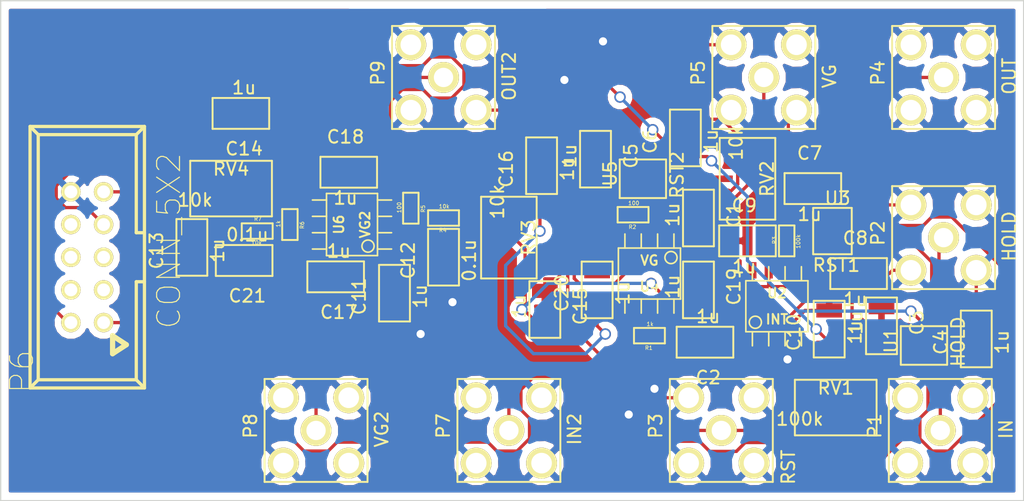
<source format=kicad_pcb>
(kicad_pcb (version 3) (host pcbnew "(2013-may-18)-stable")
  (layers (15 F.Cu signal) (0 B.Cu signal) (18 B.Paste user) (19 F.Paste user) (20 B.SilkS user) (21 F.SilkS user) (22 B.Mask user) (23 F.Mask user) (28 Edge.Cuts user))
  (net 0 "")
  (net 1 +15V)
  (net 2 +6V)
  (net 3 -15V)
  (net 4 -6V)
  (net 5 GND)
  (net 6 HOLD)
  (net 7 IN2)
  (net 8 In)
  (net 9 N-0000015)
  (net 10 N-0000016)
  (net 11 N-0000017)
  (net 12 N-0000018)
  (net 13 N-0000021)
  (net 14 N-0000022)
  (net 15 N-0000024)
  (net 16 N-000006)
  (net 17 N-000007)
  (net 18 N-000008)
  (net 19 N-000009)
  (net 20 OUT)
  (net 21 OUT2)
  (net 22 RST)
  (net 23 VG)
  (net 24 VG2)
  (module VASCH5x2 (layer F.Cu) (at 113.919 104.775 90)
    (fp_text reference P6 (at -8.89 -5.08 90) (layer F.SilkS) (effects (font (size 1.778 1.778) (thickness 0.0889))))
    (fp_text value CONN_5X2 (at 1.27 6.35 90) (layer F.SilkS) (effects (font (size 1.778 1.778) (thickness 0.0889))))
    (pad 1 thru_hole circle (at -5.08 1.27 90) (size 1.50622 1.50622) (drill 0.99822) (layers *.Cu F.Paste F.SilkS F.Mask) (net 1 +15V))
    (pad 2 thru_hole circle (at -5.08 -1.27 90) (size 1.50622 1.50622) (drill 0.99822) (layers *.Cu F.Paste F.SilkS F.Mask) (net 3 -15V))
    (pad 3 thru_hole circle (at -2.54 1.27 90) (size 1.50622 1.50622) (drill 0.99822) (layers *.Cu F.Paste F.SilkS F.Mask))
    (pad 4 thru_hole circle (at -2.54 -1.27 90) (size 1.50622 1.50622) (drill 0.99822) (layers *.Cu F.Paste F.SilkS F.Mask))
    (pad 5 thru_hole circle (at 0 1.27 90) (size 1.50622 1.50622) (drill 0.99822) (layers *.Cu F.Paste F.SilkS F.Mask))
    (pad 6 thru_hole circle (at 0 -1.27 90) (size 1.50622 1.50622) (drill 0.99822) (layers *.Cu F.Paste F.SilkS F.Mask))
    (pad 7 thru_hole circle (at 2.54 1.27 90) (size 1.50622 1.50622) (drill 0.99822) (layers *.Cu F.Paste F.SilkS F.Mask) (net 4 -6V))
    (pad 8 thru_hole circle (at 2.54 -1.27 90) (size 1.50622 1.50622) (drill 0.99822) (layers *.Cu F.Paste F.SilkS F.Mask))
    (pad 9 thru_hole circle (at 5.08 1.27 90) (size 1.50622 1.50622) (drill 0.99822) (layers *.Cu F.Paste F.SilkS F.Mask) (net 2 +6V))
    (pad 10 thru_hole circle (at 5.08 -1.27 90) (size 1.50622 1.50622) (drill 0.99822) (layers *.Cu F.Paste F.SilkS F.Mask) (net 5 GND))
  )
  (module RMCF0603 (layer F.Cu) (at 156.337 101.473)
    (fp_text reference R2 (at -0.05 0.95) (layer F.SilkS) (effects (font (size 0.3 0.3) (thickness 0.05))))
    (fp_text value 100 (at 0.05 -0.9) (layer F.SilkS) (effects (font (size 0.3 0.3) (thickness 0.05))))
    (pad 1 smd rect (at -0.65 0 90) (size 0.8 0.7) (layers F.Cu F.Paste F.Mask) (net 5 GND))
    (pad 2 smd rect (at 0.65 0 90) (size 0.8 0.7) (layers F.Cu F.Paste F.Mask) (net 11 N-0000017))
  )
  (module RMCF0603 (layer F.Cu) (at 168.275 103.505 270)
    (fp_text reference R3 (at -0.05 0.95 270) (layer F.SilkS) (effects (font (size 0.3 0.3) (thickness 0.05))))
    (fp_text value 100k (at 0.05 -0.9 270) (layer F.SilkS) (effects (font (size 0.3 0.3) (thickness 0.05))))
    (pad 1 smd rect (at -0.65 0) (size 0.8 0.7) (layers F.Cu F.Paste F.Mask) (net 14 N-0000022))
    (pad 2 smd rect (at 0.65 0) (size 0.8 0.7) (layers F.Cu F.Paste F.Mask) (net 20 OUT))
  )
  (module RMCF0603 (layer F.Cu) (at 157.607 110.871)
    (fp_text reference R1 (at -0.05 0.95) (layer F.SilkS) (effects (font (size 0.3 0.3) (thickness 0.05))))
    (fp_text value 1k (at 0.05 -0.9) (layer F.SilkS) (effects (font (size 0.3 0.3) (thickness 0.05))))
    (pad 1 smd rect (at -0.65 0 90) (size 0.8 0.7) (layers F.Cu F.Paste F.Mask) (net 9 N-0000015))
    (pad 2 smd rect (at 0.65 0 90) (size 0.8 0.7) (layers F.Cu F.Paste F.Mask) (net 10 N-0000016))
  )
  (module C1206C (layer F.Cu) (at 161.925 111.379)
    (fp_text reference C2 (at 0.25 2.75) (layer F.SilkS))
    (fp_text value 1u (at 0.25 -2) (layer F.SilkS))
    (pad 1 smd rect (at -1.45 0) (size 1.1 2) (layers F.Cu F.Paste F.Mask) (net 9 N-0000015))
    (pad 2 smd rect (at 1.45 0) (size 1.1 2) (layers F.Cu F.Paste F.Mask) (net 15 N-0000024))
  )
  (module C1206C (layer F.Cu) (at 161.417 101.727 90)
    (fp_text reference C1 (at 0.25 2.75 90) (layer F.SilkS))
    (fp_text value 1u (at 0.25 -2 90) (layer F.SilkS))
    (pad 1 smd rect (at -1.45 0 90) (size 1.1 2) (layers F.Cu F.Paste F.Mask) (net 23 VG))
    (pad 2 smd rect (at 1.45 0 90) (size 1.1 2) (layers F.Cu F.Paste F.Mask) (net 5 GND))
  )
  (module 84WR (layer F.Cu) (at 165.227 98.679 90)
    (fp_text reference RV2 (at 0 1.524 90) (layer F.SilkS))
    (fp_text value 10k (at 2.794 -0.889 90) (layer F.SilkS))
    (pad 2 smd rect (at 0 -2.286 90) (size 0.508 2.286) (layers F.Cu F.Paste F.Mask) (net 13 N-0000021))
    (pad 1 smd rect (at -2.54 2.413 90) (size 0.508 2.286) (layers F.Cu F.Paste F.Mask) (net 14 N-0000022))
    (pad 3 smd rect (at 2.54 2.413 90) (size 0.508 2.286) (layers F.Cu F.Paste F.Mask) (net 5 GND))
  )
  (module 84WR (layer F.Cu) (at 172.085 116.459 180)
    (fp_text reference RV1 (at 0 1.524 180) (layer F.SilkS))
    (fp_text value 100k (at 2.794 -0.889 180) (layer F.SilkS))
    (pad 2 smd rect (at 0 -2.286 180) (size 0.508 2.286) (layers F.Cu F.Paste F.Mask) (net 15 N-0000024))
    (pad 1 smd rect (at -2.54 2.413 180) (size 0.508 2.286) (layers F.Cu F.Paste F.Mask) (net 12 N-0000018))
    (pad 3 smd rect (at 2.54 2.413 180) (size 0.508 2.286) (layers F.Cu F.Paste F.Mask) (net 15 N-0000024))
  )
  (module 1814832 (layer F.Cu) (at 180.213 118.237 90)
    (fp_text reference P1 (at 0.35 -5.1 90) (layer F.SilkS))
    (fp_text value IN (at 0.1 5.1 90) (layer F.SilkS))
    (pad 1 thru_hole circle (at 0 0 90) (size 2.4 2.4) (drill 1.5) (layers *.Cu *.Mask F.SilkS) (net 8 In))
    (pad 2 thru_hole circle (at -2.54 -2.54 90) (size 2.4 2.4) (drill 1.6) (layers *.Cu *.Mask F.SilkS) (net 5 GND))
    (pad 3 thru_hole circle (at 2.54 -2.54 90) (size 2.4 2.4) (drill 1.6) (layers *.Cu *.Mask F.SilkS) (net 5 GND))
    (pad 4 thru_hole circle (at 2.54 2.54 90) (size 2.4 2.4) (drill 1.6) (layers *.Cu *.Mask F.SilkS) (net 5 GND))
    (pad 5 thru_hole circle (at -2.54 2.54 90) (size 2.4 2.4) (drill 1.6) (layers *.Cu *.Mask F.SilkS) (net 5 GND))
  )
  (module 1814832 (layer F.Cu) (at 180.467 103.251 90)
    (fp_text reference P2 (at 0.35 -5.1 90) (layer F.SilkS))
    (fp_text value HOLD (at 0.1 5.1 90) (layer F.SilkS))
    (pad 1 thru_hole circle (at 0 0 90) (size 2.4 2.4) (drill 1.5) (layers *.Cu *.Mask F.SilkS) (net 6 HOLD))
    (pad 2 thru_hole circle (at -2.54 -2.54 90) (size 2.4 2.4) (drill 1.6) (layers *.Cu *.Mask F.SilkS) (net 5 GND))
    (pad 3 thru_hole circle (at 2.54 -2.54 90) (size 2.4 2.4) (drill 1.6) (layers *.Cu *.Mask F.SilkS) (net 5 GND))
    (pad 4 thru_hole circle (at 2.54 2.54 90) (size 2.4 2.4) (drill 1.6) (layers *.Cu *.Mask F.SilkS) (net 5 GND))
    (pad 5 thru_hole circle (at -2.54 2.54 90) (size 2.4 2.4) (drill 1.6) (layers *.Cu *.Mask F.SilkS) (net 5 GND))
  )
  (module 1814832 (layer F.Cu) (at 163.195 118.237 90)
    (fp_text reference P3 (at 0.35 -5.1 90) (layer F.SilkS))
    (fp_text value RST (at -2.8575 5.207 90) (layer F.SilkS))
    (pad 1 thru_hole circle (at 0 0 90) (size 2.4 2.4) (drill 1.5) (layers *.Cu *.Mask F.SilkS) (net 22 RST))
    (pad 2 thru_hole circle (at -2.54 -2.54 90) (size 2.4 2.4) (drill 1.6) (layers *.Cu *.Mask F.SilkS) (net 5 GND))
    (pad 3 thru_hole circle (at 2.54 -2.54 90) (size 2.4 2.4) (drill 1.6) (layers *.Cu *.Mask F.SilkS) (net 5 GND))
    (pad 4 thru_hole circle (at 2.54 2.54 90) (size 2.4 2.4) (drill 1.6) (layers *.Cu *.Mask F.SilkS) (net 5 GND))
    (pad 5 thru_hole circle (at -2.54 2.54 90) (size 2.4 2.4) (drill 1.6) (layers *.Cu *.Mask F.SilkS) (net 5 GND))
  )
  (module 1814832 (layer F.Cu) (at 180.467 90.805 90)
    (fp_text reference P4 (at 0.35 -5.1 90) (layer F.SilkS))
    (fp_text value OUT (at 0.1 5.1 90) (layer F.SilkS))
    (pad 1 thru_hole circle (at 0 0 90) (size 2.4 2.4) (drill 1.5) (layers *.Cu *.Mask F.SilkS) (net 20 OUT))
    (pad 2 thru_hole circle (at -2.54 -2.54 90) (size 2.4 2.4) (drill 1.6) (layers *.Cu *.Mask F.SilkS) (net 5 GND))
    (pad 3 thru_hole circle (at 2.54 -2.54 90) (size 2.4 2.4) (drill 1.6) (layers *.Cu *.Mask F.SilkS) (net 5 GND))
    (pad 4 thru_hole circle (at 2.54 2.54 90) (size 2.4 2.4) (drill 1.6) (layers *.Cu *.Mask F.SilkS) (net 5 GND))
    (pad 5 thru_hole circle (at -2.54 2.54 90) (size 2.4 2.4) (drill 1.6) (layers *.Cu *.Mask F.SilkS) (net 5 GND))
  )
  (module 1814832 (layer F.Cu) (at 166.497 90.805 90)
    (fp_text reference P5 (at 0.35 -5.1 90) (layer F.SilkS))
    (fp_text value VG (at 0.1 5.1 90) (layer F.SilkS))
    (pad 1 thru_hole circle (at 0 0 90) (size 2.4 2.4) (drill 1.5) (layers *.Cu *.Mask F.SilkS) (net 23 VG))
    (pad 2 thru_hole circle (at -2.54 -2.54 90) (size 2.4 2.4) (drill 1.6) (layers *.Cu *.Mask F.SilkS) (net 5 GND))
    (pad 3 thru_hole circle (at 2.54 -2.54 90) (size 2.4 2.4) (drill 1.6) (layers *.Cu *.Mask F.SilkS) (net 5 GND))
    (pad 4 thru_hole circle (at 2.54 2.54 90) (size 2.4 2.4) (drill 1.6) (layers *.Cu *.Mask F.SilkS) (net 5 GND))
    (pad 5 thru_hole circle (at -2.54 2.54 90) (size 2.4 2.4) (drill 1.6) (layers *.Cu *.Mask F.SilkS) (net 5 GND))
  )
  (module TSOP-6 (layer F.Cu) (at 178.943 111.633 90)
    (fp_text reference U1 (at 0.4 -2.55 90) (layer F.SilkS))
    (fp_text value HOLD (at 0.3 2.65 90) (layer F.SilkS))
    (pad 1 smd rect (at -0.9906 1.1684 90) (size 0.508 0.7112) (layers F.Cu F.Paste F.Mask) (net 8 In))
    (pad 2 smd rect (at 0 1.1684 90) (size 0.508 0.7112) (layers F.Cu F.Paste F.Mask) (net 3 -15V))
    (pad 3 smd rect (at 0.9906 1.1684 90) (size 0.508 0.7112) (layers F.Cu F.Paste F.Mask) (net 6 HOLD))
    (pad 4 smd rect (at 0.9906 -1.1684 90) (size 0.508 0.7112) (layers F.Cu F.Paste F.Mask) (net 5 GND))
    (pad 5 smd rect (at 0 -1.1684 90) (size 0.508 0.7112) (layers F.Cu F.Paste F.Mask) (net 1 +15V))
    (pad 6 smd rect (at -0.9906 -1.1684 90) (size 0.508 0.7112) (layers F.Cu F.Paste F.Mask) (net 12 N-0000018))
  )
  (module TSOP-6 (layer F.Cu) (at 171.831 102.743)
    (fp_text reference U3 (at 0.4 -2.55) (layer F.SilkS))
    (fp_text value RST1 (at 0.3 2.65) (layer F.SilkS))
    (pad 1 smd rect (at -0.9906 1.1684) (size 0.508 0.7112) (layers F.Cu F.Paste F.Mask) (net 15 N-0000024))
    (pad 2 smd rect (at 0 1.1684) (size 0.508 0.7112) (layers F.Cu F.Paste F.Mask) (net 3 -15V))
    (pad 3 smd rect (at 0.9906 1.1684) (size 0.508 0.7112) (layers F.Cu F.Paste F.Mask) (net 22 RST))
    (pad 4 smd rect (at 0.9906 -1.1684) (size 0.508 0.7112) (layers F.Cu F.Paste F.Mask) (net 5 GND))
    (pad 5 smd rect (at 0 -1.1684) (size 0.508 0.7112) (layers F.Cu F.Paste F.Mask) (net 1 +15V))
    (pad 6 smd rect (at -0.9906 -1.1684) (size 0.508 0.7112) (layers F.Cu F.Paste F.Mask) (net 20 OUT))
  )
  (module TSOP-6 (layer F.Cu) (at 157.099 98.679 90)
    (fp_text reference U5 (at 0.4 -2.55 90) (layer F.SilkS))
    (fp_text value RST2 (at 0.3 2.65 90) (layer F.SilkS))
    (pad 1 smd rect (at -0.9906 1.1684 90) (size 0.508 0.7112) (layers F.Cu F.Paste F.Mask) (net 13 N-0000021))
    (pad 2 smd rect (at 0 1.1684 90) (size 0.508 0.7112) (layers F.Cu F.Paste F.Mask) (net 3 -15V))
    (pad 3 smd rect (at 0.9906 1.1684 90) (size 0.508 0.7112) (layers F.Cu F.Paste F.Mask) (net 22 RST))
    (pad 4 smd rect (at 0.9906 -1.1684 90) (size 0.508 0.7112) (layers F.Cu F.Paste F.Mask) (net 5 GND))
    (pad 5 smd rect (at 0 -1.1684 90) (size 0.508 0.7112) (layers F.Cu F.Paste F.Mask) (net 1 +15V))
    (pad 6 smd rect (at -0.9906 -1.1684 90) (size 0.508 0.7112) (layers F.Cu F.Paste F.Mask) (net 5 GND))
  )
  (module so-8 (layer F.Cu) (at 157.607 106.045 180)
    (fp_text reference U4 (at 0 -1.016 180) (layer F.SilkS) (effects (font (size 0.7493 0.7493) (thickness 0.14986))))
    (fp_text value VG (at 0 1.016 180) (layer F.SilkS) (effects (font (size 0.7493 0.7493) (thickness 0.14986))))
    (pad 1 smd rect (at -1.905 2.794 180) (size 0.635 1.27) (layers F.Cu F.Paste F.Mask) (net 23 VG))
    (pad 2 smd rect (at -0.635 2.794 180) (size 0.635 1.27) (layers F.Cu F.Paste F.Mask) (net 13 N-0000021))
    (pad 3 smd rect (at 0.635 2.794 180) (size 0.635 1.27) (layers F.Cu F.Paste F.Mask) (net 11 N-0000017))
    (pad 4 smd rect (at 1.905 2.794 180) (size 0.635 1.27) (layers F.Cu F.Paste F.Mask) (net 5 GND))
    (pad 5 smd rect (at 1.905 -2.794 180) (size 0.635 1.27) (layers F.Cu F.Paste F.Mask) (net 4 -6V))
    (pad 6 smd rect (at 0.635 -2.794 180) (size 0.635 1.27) (layers F.Cu F.Paste F.Mask) (net 9 N-0000015))
    (pad 7 smd rect (at -0.635 -2.794 180) (size 0.635 1.27) (layers F.Cu F.Paste F.Mask) (net 10 N-0000016))
    (pad 8 smd rect (at -1.905 -2.794 180) (size 0.635 1.27) (layers F.Cu F.Paste F.Mask) (net 2 +6V))
  )
  (module so-8 (layer F.Cu) (at 167.513 108.585)
    (fp_text reference U2 (at 0 -1.016) (layer F.SilkS) (effects (font (size 0.7493 0.7493) (thickness 0.14986))))
    (fp_text value INT (at 0 1.016) (layer F.SilkS) (effects (font (size 0.7493 0.7493) (thickness 0.14986))))
    (pad 1 smd rect (at -1.905 2.794) (size 0.635 1.27) (layers F.Cu F.Paste F.Mask))
    (pad 2 smd rect (at -0.635 2.794) (size 0.635 1.27) (layers F.Cu F.Paste F.Mask) (net 15 N-0000024))
    (pad 3 smd rect (at 0.635 2.794) (size 0.635 1.27) (layers F.Cu F.Paste F.Mask) (net 5 GND))
    (pad 4 smd rect (at 1.905 2.794) (size 0.635 1.27) (layers F.Cu F.Paste F.Mask) (net 3 -15V))
    (pad 5 smd rect (at 1.905 -2.794) (size 0.635 1.27) (layers F.Cu F.Paste F.Mask))
    (pad 6 smd rect (at 0.635 -2.794) (size 0.635 1.27) (layers F.Cu F.Paste F.Mask) (net 20 OUT))
    (pad 7 smd rect (at -0.635 -2.794) (size 0.635 1.27) (layers F.Cu F.Paste F.Mask) (net 1 +15V))
    (pad 8 smd rect (at -1.905 -2.794) (size 0.635 1.27) (layers F.Cu F.Paste F.Mask))
  )
  (module so-8 (layer F.Cu) (at 134.493 102.235 90)
    (fp_text reference U6 (at 0 -1.016 90) (layer F.SilkS) (effects (font (size 0.7493 0.7493) (thickness 0.14986))))
    (fp_text value VG2 (at 0 1.016 90) (layer F.SilkS) (effects (font (size 0.7493 0.7493) (thickness 0.14986))))
    (pad 1 smd rect (at -1.905 2.794 90) (size 0.635 1.27) (layers F.Cu F.Paste F.Mask) (net 24 VG2))
    (pad 2 smd rect (at -0.635 2.794 90) (size 0.635 1.27) (layers F.Cu F.Paste F.Mask) (net 7 IN2))
    (pad 3 smd rect (at 0.635 2.794 90) (size 0.635 1.27) (layers F.Cu F.Paste F.Mask) (net 18 N-000008))
    (pad 4 smd rect (at 1.905 2.794 90) (size 0.635 1.27) (layers F.Cu F.Paste F.Mask) (net 5 GND))
    (pad 5 smd rect (at 1.905 -2.794 90) (size 0.635 1.27) (layers F.Cu F.Paste F.Mask) (net 4 -6V))
    (pad 6 smd rect (at 0.635 -2.794 90) (size 0.635 1.27) (layers F.Cu F.Paste F.Mask) (net 21 OUT2))
    (pad 7 smd rect (at -0.635 -2.794 90) (size 0.635 1.27) (layers F.Cu F.Paste F.Mask) (net 17 N-000007))
    (pad 8 smd rect (at -1.905 -2.794 90) (size 0.635 1.27) (layers F.Cu F.Paste F.Mask) (net 2 +6V))
  )
  (module RMCF0603 (layer F.Cu) (at 141.605 101.727)
    (fp_text reference R4 (at -0.05 0.95) (layer F.SilkS) (effects (font (size 0.3 0.3) (thickness 0.05))))
    (fp_text value 10k (at 0.05 -0.9) (layer F.SilkS) (effects (font (size 0.3 0.3) (thickness 0.05))))
    (pad 1 smd rect (at -0.65 0 90) (size 0.8 0.7) (layers F.Cu F.Paste F.Mask) (net 18 N-000008))
    (pad 2 smd rect (at 0.65 0 90) (size 0.8 0.7) (layers F.Cu F.Paste F.Mask) (net 19 N-000009))
  )
  (module RMCF0603 (layer F.Cu) (at 139.065 100.965 90)
    (fp_text reference R5 (at -0.05 0.95 90) (layer F.SilkS) (effects (font (size 0.3 0.3) (thickness 0.05))))
    (fp_text value 100 (at 0.05 -0.9 90) (layer F.SilkS) (effects (font (size 0.3 0.3) (thickness 0.05))))
    (pad 1 smd rect (at -0.65 0 180) (size 0.8 0.7) (layers F.Cu F.Paste F.Mask) (net 18 N-000008))
    (pad 2 smd rect (at 0.65 0 180) (size 0.8 0.7) (layers F.Cu F.Paste F.Mask) (net 5 GND))
  )
  (module RMCF0603 (layer F.Cu) (at 129.667 102.235 90)
    (fp_text reference R6 (at -0.05 0.95 90) (layer F.SilkS) (effects (font (size 0.3 0.3) (thickness 0.05))))
    (fp_text value 1k (at 0.05 -0.9 90) (layer F.SilkS) (effects (font (size 0.3 0.3) (thickness 0.05))))
    (pad 1 smd rect (at -0.65 0 180) (size 0.8 0.7) (layers F.Cu F.Paste F.Mask) (net 17 N-000007))
    (pad 2 smd rect (at 0.65 0 180) (size 0.8 0.7) (layers F.Cu F.Paste F.Mask) (net 21 OUT2))
  )
  (module RMCF0603 (layer F.Cu) (at 127.127 102.743 180)
    (fp_text reference R7 (at -0.05 0.95 180) (layer F.SilkS) (effects (font (size 0.3 0.3) (thickness 0.05))))
    (fp_text value 10k (at 0.05 -0.9 180) (layer F.SilkS) (effects (font (size 0.3 0.3) (thickness 0.05))))
    (pad 1 smd rect (at -0.65 0 270) (size 0.8 0.7) (layers F.Cu F.Paste F.Mask) (net 17 N-000007))
    (pad 2 smd rect (at 0.65 0 270) (size 0.8 0.7) (layers F.Cu F.Paste F.Mask) (net 16 N-000006))
  )
  (module C1206C (layer F.Cu) (at 173.863 106.045 180)
    (fp_text reference C8 (at 0.25 2.75 180) (layer F.SilkS))
    (fp_text value 1u (at 0.25 -2 180) (layer F.SilkS))
    (pad 1 smd rect (at -1.45 0 180) (size 1.1 2) (layers F.Cu F.Paste F.Mask) (net 5 GND))
    (pad 2 smd rect (at 1.45 0 180) (size 1.1 2) (layers F.Cu F.Paste F.Mask) (net 3 -15V))
  )
  (module C1206C (layer F.Cu) (at 134.239 98.171 180)
    (fp_text reference C18 (at 0.25 2.75 180) (layer F.SilkS))
    (fp_text value 1u (at 0.25 -2 180) (layer F.SilkS))
    (pad 1 smd rect (at -1.45 0 180) (size 1.1 2) (layers F.Cu F.Paste F.Mask) (net 5 GND))
    (pad 2 smd rect (at 1.45 0 180) (size 1.1 2) (layers F.Cu F.Paste F.Mask) (net 4 -6V))
  )
  (module C1206C (layer F.Cu) (at 149.225 97.663 270)
    (fp_text reference C16 (at 0.25 2.75 270) (layer F.SilkS))
    (fp_text value 1u (at 0.25 -2 270) (layer F.SilkS))
    (pad 1 smd rect (at -1.45 0 270) (size 1.1 2) (layers F.Cu F.Paste F.Mask) (net 5 GND))
    (pad 2 smd rect (at 1.45 0 270) (size 1.1 2) (layers F.Cu F.Paste F.Mask) (net 4 -6V))
  )
  (module C1206C (layer F.Cu) (at 125.857 93.599)
    (fp_text reference C14 (at 0.25 2.75) (layer F.SilkS))
    (fp_text value 1u (at 0.25 -2) (layer F.SilkS))
    (pad 1 smd rect (at -1.45 0) (size 1.1 2) (layers F.Cu F.Paste F.Mask) (net 5 GND))
    (pad 2 smd rect (at 1.45 0) (size 1.1 2) (layers F.Cu F.Paste F.Mask) (net 4 -6V))
  )
  (module C1206C (layer F.Cu) (at 165.227 103.505 180)
    (fp_text reference C9 (at 0.25 2.75 180) (layer F.SilkS))
    (fp_text value 1u (at 0.25 -2 180) (layer F.SilkS))
    (pad 1 smd rect (at -1.45 0 180) (size 1.1 2) (layers F.Cu F.Paste F.Mask) (net 1 +15V))
    (pad 2 smd rect (at 1.45 0 180) (size 1.1 2) (layers F.Cu F.Paste F.Mask) (net 5 GND))
  )
  (module C1206C (layer F.Cu) (at 170.307 99.441 180)
    (fp_text reference C7 (at 0.25 2.75 180) (layer F.SilkS))
    (fp_text value 1u (at 0.25 -2 180) (layer F.SilkS))
    (pad 1 smd rect (at -1.45 0 180) (size 1.1 2) (layers F.Cu F.Paste F.Mask) (net 1 +15V))
    (pad 2 smd rect (at 1.45 0 180) (size 1.1 2) (layers F.Cu F.Paste F.Mask) (net 5 GND))
  )
  (module C1206C (layer F.Cu) (at 153.416 97.155 90)
    (fp_text reference C5 (at 0.25 2.75 90) (layer F.SilkS))
    (fp_text value 1u (at 0.25 -2 90) (layer F.SilkS))
    (pad 1 smd rect (at -1.45 0 90) (size 1.1 2) (layers F.Cu F.Paste F.Mask) (net 1 +15V))
    (pad 2 smd rect (at 1.45 0 90) (size 1.1 2) (layers F.Cu F.Paste F.Mask) (net 5 GND))
  )
  (module C1206C (layer F.Cu) (at 175.641 110.109 90)
    (fp_text reference C3 (at 0.25 2.75 90) (layer F.SilkS))
    (fp_text value 1u (at 0.25 -2 90) (layer F.SilkS))
    (pad 1 smd rect (at -1.45 0 90) (size 1.1 2) (layers F.Cu F.Paste F.Mask) (net 1 +15V))
    (pad 2 smd rect (at 1.45 0 90) (size 1.1 2) (layers F.Cu F.Paste F.Mask) (net 5 GND))
  )
  (module C1206C (layer F.Cu) (at 171.577 110.363 270)
    (fp_text reference C10 (at 0.25 2.75 270) (layer F.SilkS))
    (fp_text value 1u (at 0.25 -2 270) (layer F.SilkS))
    (pad 1 smd rect (at -1.45 0 270) (size 1.1 2) (layers F.Cu F.Paste F.Mask) (net 5 GND))
    (pad 2 smd rect (at 1.45 0 270) (size 1.1 2) (layers F.Cu F.Paste F.Mask) (net 3 -15V))
  )
  (module C1206C (layer F.Cu) (at 133.223 106.299)
    (fp_text reference C17 (at 0.25 2.75) (layer F.SilkS))
    (fp_text value 1u (at 0.25 -2) (layer F.SilkS))
    (pad 1 smd rect (at -1.45 0) (size 1.1 2) (layers F.Cu F.Paste F.Mask) (net 2 +6V))
    (pad 2 smd rect (at 1.45 0) (size 1.1 2) (layers F.Cu F.Paste F.Mask) (net 5 GND))
  )
  (module C1206C (layer F.Cu) (at 160.401 95.504 270)
    (fp_text reference C6 (at 0.25 2.75 270) (layer F.SilkS))
    (fp_text value 1u (at 0.25 -2 270) (layer F.SilkS))
    (pad 1 smd rect (at -1.45 0 270) (size 1.1 2) (layers F.Cu F.Paste F.Mask) (net 5 GND))
    (pad 2 smd rect (at 1.45 0 270) (size 1.1 2) (layers F.Cu F.Paste F.Mask) (net 3 -15V))
  )
  (module C1206C (layer F.Cu) (at 183.007 111.125 270)
    (fp_text reference C4 (at 0.25 2.75 270) (layer F.SilkS))
    (fp_text value 1u (at 0.25 -2 270) (layer F.SilkS))
    (pad 1 smd rect (at -1.45 0 270) (size 1.1 2) (layers F.Cu F.Paste F.Mask) (net 5 GND))
    (pad 2 smd rect (at 1.45 0 270) (size 1.1 2) (layers F.Cu F.Paste F.Mask) (net 3 -15V))
  )
  (module C1206C (layer F.Cu) (at 153.543 107.315 270)
    (fp_text reference C20 (at 0.25 2.75 270) (layer F.SilkS))
    (fp_text value 1u (at 0.25 -2 270) (layer F.SilkS))
    (pad 1 smd rect (at -1.45 0 270) (size 1.1 2) (layers F.Cu F.Paste F.Mask) (net 5 GND))
    (pad 2 smd rect (at 1.45 0 270) (size 1.1 2) (layers F.Cu F.Paste F.Mask) (net 4 -6V))
  )
  (module C1206C (layer F.Cu) (at 122.047 104.013 270)
    (fp_text reference C13 (at 0.25 2.75 270) (layer F.SilkS))
    (fp_text value 1u (at 0.25 -2 270) (layer F.SilkS))
    (pad 1 smd rect (at -1.45 0 270) (size 1.1 2) (layers F.Cu F.Paste F.Mask) (net 2 +6V))
    (pad 2 smd rect (at 1.45 0 270) (size 1.1 2) (layers F.Cu F.Paste F.Mask) (net 5 GND))
  )
  (module C1206C (layer F.Cu) (at 149.479 108.839 90)
    (fp_text reference C15 (at 0.25 2.75 90) (layer F.SilkS))
    (fp_text value 1u (at 0.25 -2 90) (layer F.SilkS))
    (pad 1 smd rect (at -1.45 0 90) (size 1.1 2) (layers F.Cu F.Paste F.Mask) (net 2 +6V))
    (pad 2 smd rect (at 1.45 0 90) (size 1.1 2) (layers F.Cu F.Paste F.Mask) (net 5 GND))
  )
  (module C1206C (layer F.Cu) (at 161.417 107.315 90)
    (fp_text reference C19 (at 0.25 2.75 90) (layer F.SilkS))
    (fp_text value 1u (at 0.25 -2 90) (layer F.SilkS))
    (pad 1 smd rect (at -1.45 0 90) (size 1.1 2) (layers F.Cu F.Paste F.Mask) (net 2 +6V))
    (pad 2 smd rect (at 1.45 0 90) (size 1.1 2) (layers F.Cu F.Paste F.Mask) (net 5 GND))
  )
  (module C1206C (layer F.Cu) (at 137.795 107.569 270)
    (fp_text reference C11 (at 0.25 2.75 270) (layer F.SilkS))
    (fp_text value 1u (at 0.25 -2 270) (layer F.SilkS))
    (pad 1 smd rect (at -1.45 0 270) (size 1.1 2) (layers F.Cu F.Paste F.Mask) (net 24 VG2))
    (pad 2 smd rect (at 1.45 0 270) (size 1.1 2) (layers F.Cu F.Paste F.Mask) (net 5 GND))
  )
  (module C1206C (layer F.Cu) (at 126.111 105.029)
    (fp_text reference C21 (at 0.25 2.75) (layer F.SilkS))
    (fp_text value 0.1u (at 0.25 -2) (layer F.SilkS))
    (pad 1 smd rect (at -1.45 0) (size 1.1 2) (layers F.Cu F.Paste F.Mask) (net 16 N-000006))
    (pad 2 smd rect (at 1.45 0) (size 1.1 2) (layers F.Cu F.Paste F.Mask) (net 5 GND))
  )
  (module C1206C (layer F.Cu) (at 141.605 104.775 270)
    (fp_text reference C12 (at 0.25 2.75 270) (layer F.SilkS))
    (fp_text value 0.1u (at 0.25 -2 270) (layer F.SilkS))
    (pad 1 smd rect (at -1.45 0 270) (size 1.1 2) (layers F.Cu F.Paste F.Mask) (net 19 N-000009))
    (pad 2 smd rect (at 1.45 0 270) (size 1.1 2) (layers F.Cu F.Paste F.Mask) (net 5 GND))
  )
  (module 84WR (layer F.Cu) (at 146.685 103.251 90)
    (fp_text reference RV3 (at 0 1.524 90) (layer F.SilkS))
    (fp_text value 10k (at 2.794 -0.889 90) (layer F.SilkS))
    (pad 2 smd rect (at 0 -2.286 90) (size 0.508 2.286) (layers F.Cu F.Paste F.Mask) (net 19 N-000009))
    (pad 1 smd rect (at -2.54 2.413 90) (size 0.508 2.286) (layers F.Cu F.Paste F.Mask) (net 2 +6V))
    (pad 3 smd rect (at 2.54 2.413 90) (size 0.508 2.286) (layers F.Cu F.Paste F.Mask) (net 4 -6V))
  )
  (module 84WR (layer F.Cu) (at 125.095 99.441 180)
    (fp_text reference RV4 (at 0 1.524 180) (layer F.SilkS))
    (fp_text value 10k (at 2.794 -0.889 180) (layer F.SilkS))
    (pad 2 smd rect (at 0 -2.286 180) (size 0.508 2.286) (layers F.Cu F.Paste F.Mask) (net 16 N-000006))
    (pad 1 smd rect (at -2.54 2.413 180) (size 0.508 2.286) (layers F.Cu F.Paste F.Mask) (net 4 -6V))
    (pad 3 smd rect (at 2.54 2.413 180) (size 0.508 2.286) (layers F.Cu F.Paste F.Mask) (net 2 +6V))
  )
  (module 1814832 (layer F.Cu) (at 141.605 90.805 90)
    (fp_text reference P9 (at 0.35 -5.1 90) (layer F.SilkS))
    (fp_text value OUT2 (at 0.1 5.1 90) (layer F.SilkS))
    (pad 1 thru_hole circle (at 0 0 90) (size 2.4 2.4) (drill 1.5) (layers *.Cu *.Mask F.SilkS) (net 21 OUT2))
    (pad 2 thru_hole circle (at -2.54 -2.54 90) (size 2.4 2.4) (drill 1.6) (layers *.Cu *.Mask F.SilkS) (net 5 GND))
    (pad 3 thru_hole circle (at 2.54 -2.54 90) (size 2.4 2.4) (drill 1.6) (layers *.Cu *.Mask F.SilkS) (net 5 GND))
    (pad 4 thru_hole circle (at 2.54 2.54 90) (size 2.4 2.4) (drill 1.6) (layers *.Cu *.Mask F.SilkS) (net 5 GND))
    (pad 5 thru_hole circle (at -2.54 2.54 90) (size 2.4 2.4) (drill 1.6) (layers *.Cu *.Mask F.SilkS) (net 5 GND))
  )
  (module 1814832 (layer F.Cu) (at 131.699 118.237 90)
    (fp_text reference P8 (at 0.35 -5.1 90) (layer F.SilkS))
    (fp_text value VG2 (at 0.1 5.1 90) (layer F.SilkS))
    (pad 1 thru_hole circle (at 0 0 90) (size 2.4 2.4) (drill 1.5) (layers *.Cu *.Mask F.SilkS) (net 24 VG2))
    (pad 2 thru_hole circle (at -2.54 -2.54 90) (size 2.4 2.4) (drill 1.6) (layers *.Cu *.Mask F.SilkS) (net 5 GND))
    (pad 3 thru_hole circle (at 2.54 -2.54 90) (size 2.4 2.4) (drill 1.6) (layers *.Cu *.Mask F.SilkS) (net 5 GND))
    (pad 4 thru_hole circle (at 2.54 2.54 90) (size 2.4 2.4) (drill 1.6) (layers *.Cu *.Mask F.SilkS) (net 5 GND))
    (pad 5 thru_hole circle (at -2.54 2.54 90) (size 2.4 2.4) (drill 1.6) (layers *.Cu *.Mask F.SilkS) (net 5 GND))
  )
  (module 1814832 (layer F.Cu) (at 146.685 118.237 90)
    (fp_text reference P7 (at 0.35 -5.1 90) (layer F.SilkS))
    (fp_text value IN2 (at 0.1 5.1 90) (layer F.SilkS))
    (pad 1 thru_hole circle (at 0 0 90) (size 2.4 2.4) (drill 1.5) (layers *.Cu *.Mask F.SilkS) (net 7 IN2))
    (pad 2 thru_hole circle (at -2.54 -2.54 90) (size 2.4 2.4) (drill 1.6) (layers *.Cu *.Mask F.SilkS) (net 5 GND))
    (pad 3 thru_hole circle (at 2.54 -2.54 90) (size 2.4 2.4) (drill 1.6) (layers *.Cu *.Mask F.SilkS) (net 5 GND))
    (pad 4 thru_hole circle (at 2.54 2.54 90) (size 2.4 2.4) (drill 1.6) (layers *.Cu *.Mask F.SilkS) (net 5 GND))
    (pad 5 thru_hole circle (at -2.54 2.54 90) (size 2.4 2.4) (drill 1.6) (layers *.Cu *.Mask F.SilkS) (net 5 GND))
  )
  (gr_line (start 107.188 84.836) (end 107.315 84.836) (angle 90) (layer Edge.Cuts) (width 0.1))
  (gr_line (start 107.188 123.698) (end 107.188 84.836) (angle 90) (layer Edge.Cuts) (width 0.1))
  (gr_line (start 186.69 123.698) (end 107.188 123.698) (angle 90) (layer Edge.Cuts) (width 0.1))
  (gr_line (start 186.69 84.836) (end 186.69 123.698) (angle 90) (layer Edge.Cuts) (width 0.1))
  (gr_line (start 107.188 84.836) (end 186.69 84.836) (angle 90) (layer Edge.Cuts) (width 0.1))
  (segment (start 166.878 107.061) (end 160.513276 107.061) (width 0.254) (layer F.Cu) (net 1))
  (segment (start 151.765002 100.255998) (end 153.416 98.605) (width 0.254) (layer F.Cu) (net 1))
  (segment (start 151.765002 106.426002) (end 151.765002 100.255998) (width 0.254) (layer F.Cu) (net 1))
  (segment (start 152.146 106.807) (end 151.765002 106.426002) (width 0.254) (layer F.Cu) (net 1))
  (segment (start 154.94 106.807) (end 152.146 106.807) (width 0.254) (layer F.Cu) (net 1))
  (segment (start 156.139138 105.607862) (end 154.94 106.807) (width 0.254) (layer F.Cu) (net 1))
  (segment (start 159.060138 105.607862) (end 156.139138 105.607862) (width 0.254) (layer F.Cu) (net 1))
  (segment (start 160.513276 107.061) (end 159.060138 105.607862) (width 0.254) (layer F.Cu) (net 1))
  (segment (start 172.339 102.3116) (end 171.2464 102.3116) (width 0.254) (layer F.Cu) (net 1))
  (segment (start 166.878 107.061) (end 166.878 105.791) (width 0.254) (layer F.Cu) (net 1))
  (segment (start 169.799 107.061) (end 166.878 107.061) (width 0.254) (layer F.Cu) (net 1))
  (segment (start 170.18 106.68) (end 169.799 107.061) (width 0.254) (layer F.Cu) (net 1))
  (segment (start 170.18 103.378) (end 170.18 106.68) (width 0.254) (layer F.Cu) (net 1))
  (segment (start 171.2464 102.3116) (end 170.18 103.378) (width 0.254) (layer F.Cu) (net 1))
  (segment (start 166.878 103.706) (end 166.677 103.505) (width 0.254) (layer F.Cu) (net 1))
  (segment (start 166.878 105.791) (end 166.878 103.706) (width 0.254) (layer F.Cu) (net 1))
  (segment (start 171.831 99.515) (end 171.757 99.441) (width 0.254) (layer F.Cu) (net 1))
  (segment (start 171.831 101.5746) (end 171.831 99.515) (width 0.254) (layer F.Cu) (net 1))
  (segment (start 155.931 98.679) (end 155.9306 98.679) (width 0.254) (layer F.Cu) (net 1))
  (segment (start 171.831 101.575) (end 171.831 101.5746) (width 0.254) (layer F.Cu) (net 1))
  (segment (start 177.7748 111.6328) (end 177.7746 111.633) (width 0.254) (layer F.Cu) (net 1))
  (segment (start 177.701 111.559) (end 177.7748 111.6328) (width 0.254) (layer F.Cu) (net 1))
  (segment (start 175.641 111.559) (end 177.701 111.559) (width 0.254) (layer F.Cu) (net 1))
  (segment (start 177.7748 111.6328) (end 177.7749 111.6329) (width 0.254) (layer F.Cu) (net 1))
  (segment (start 177.7749 111.6329) (end 177.775 111.633) (width 0.254) (layer F.Cu) (net 1))
  (segment (start 120.777 109.855) (end 115.189 109.855) (width 0.254) (layer F.Cu) (net 1))
  (segment (start 130.762 119.84) (end 120.777 109.855) (width 0.254) (layer F.Cu) (net 1))
  (segment (start 132.636 119.84) (end 130.762 119.84) (width 0.254) (layer F.Cu) (net 1))
  (segment (start 133.328 119.148) (end 132.636 119.84) (width 0.254) (layer F.Cu) (net 1))
  (segment (start 145.056 119.148) (end 133.328 119.148) (width 0.254) (layer F.Cu) (net 1))
  (segment (start 145.748 119.84) (end 145.056 119.148) (width 0.254) (layer F.Cu) (net 1))
  (segment (start 147.3206 119.84) (end 145.748 119.84) (width 0.254) (layer F.Cu) (net 1))
  (segment (start 148.288 118.8726) (end 147.3206 119.84) (width 0.254) (layer F.Cu) (net 1))
  (segment (start 148.288 117.3) (end 148.288 118.8726) (width 0.254) (layer F.Cu) (net 1))
  (segment (start 147.622 116.634) (end 148.288 117.3) (width 0.254) (layer F.Cu) (net 1))
  (segment (start 147.622 115.0634) (end 147.622 116.634) (width 0.254) (layer F.Cu) (net 1))
  (segment (start 148.6114 114.074) (end 147.622 115.0634) (width 0.254) (layer F.Cu) (net 1))
  (segment (start 151.1001 114.074) (end 148.6114 114.074) (width 0.254) (layer F.Cu) (net 1))
  (segment (start 156.1038 119.0777) (end 151.1001 114.074) (width 0.254) (layer F.Cu) (net 1))
  (segment (start 161.4957 119.0777) (end 156.1038 119.0777) (width 0.254) (layer F.Cu) (net 1))
  (segment (start 162.2834 119.8654) (end 161.4957 119.0777) (width 0.254) (layer F.Cu) (net 1))
  (segment (start 164.3608 119.8654) (end 162.2834 119.8654) (width 0.254) (layer F.Cu) (net 1))
  (segment (start 165.0488 119.1774) (end 164.3608 119.8654) (width 0.254) (layer F.Cu) (net 1))
  (segment (start 167.1804 119.1774) (end 165.0488 119.1774) (width 0.254) (layer F.Cu) (net 1))
  (segment (start 169.7964 121.7934) (end 167.1804 119.1774) (width 0.254) (layer F.Cu) (net 1))
  (segment (start 174.3741 121.7934) (end 169.7964 121.7934) (width 0.254) (layer F.Cu) (net 1))
  (segment (start 177.2792 118.8883) (end 174.3741 121.7934) (width 0.254) (layer F.Cu) (net 1))
  (segment (start 178.6257 118.8883) (end 177.2792 118.8883) (width 0.254) (layer F.Cu) (net 1))
  (segment (start 177.9883 111.6329) (end 177.7749 111.6329) (width 0.254) (layer F.Cu) (net 1))
  (segment (start 179.2544 112.899) (end 177.9883 111.6329) (width 0.254) (layer F.Cu) (net 1))
  (segment (start 179.2544 116.6555) (end 179.2544 112.899) (width 0.254) (layer F.Cu) (net 1))
  (segment (start 178.6257 117.2842) (end 179.2544 116.6555) (width 0.254) (layer F.Cu) (net 1))
  (segment (start 178.6257 118.8883) (end 178.6257 117.2842) (width 0.254) (layer F.Cu) (net 1))
  (segment (start 171.831 102.3116) (end 171.831 101.575) (width 0.254) (layer F.Cu) (net 1))
  (segment (start 178.8856 102.3116) (end 172.339 102.3116) (width 0.254) (layer F.Cu) (net 1))
  (segment (start 172.339 102.3116) (end 171.831 102.3116) (width 0.254) (layer F.Cu) (net 1))
  (segment (start 179.5458 101.6514) (end 178.8856 102.3116) (width 0.254) (layer F.Cu) (net 1))
  (segment (start 181.106 101.6514) (end 179.5458 101.6514) (width 0.254) (layer F.Cu) (net 1))
  (segment (start 184.9154 105.4608) (end 181.106 101.6514) (width 0.254) (layer F.Cu) (net 1))
  (segment (start 184.9154 115.7777) (end 184.9154 105.4608) (width 0.254) (layer F.Cu) (net 1))
  (segment (start 180.8531 119.84) (end 184.9154 115.7777) (width 0.254) (layer F.Cu) (net 1))
  (segment (start 179.5774 119.84) (end 180.8531 119.84) (width 0.254) (layer F.Cu) (net 1))
  (segment (start 178.6257 118.8883) (end 179.5774 119.84) (width 0.254) (layer F.Cu) (net 1))
  (segment (start 155.9306 98.679) (end 153.9199 98.679) (width 0.254) (layer F.Cu) (net 1))
  (segment (start 153.9199 98.679) (end 153.49 98.679) (width 0.254) (layer F.Cu) (net 1))
  (segment (start 153.49 98.679) (end 153.416 98.605) (width 0.254) (layer F.Cu) (net 1))
  (segment (start 147.955 108.839) (end 147.701 108.839) (width 0.254) (layer F.Cu) (net 2))
  (segment (start 159.512 108.585) (end 159.512 108.839) (width 0.254) (layer F.Cu) (net 2))
  (segment (start 157.734 106.807) (end 159.512 108.585) (width 0.254) (layer F.Cu) (net 2))
  (via (at 157.734 106.807) (size 0.889) (layers F.Cu B.Cu) (net 2))
  (segment (start 149.733 106.807) (end 157.734 106.807) (width 0.254) (layer B.Cu) (net 2))
  (segment (start 147.701 108.839) (end 149.733 106.807) (width 0.254) (layer B.Cu) (net 2))
  (via (at 147.701 108.839) (size 0.889) (layers F.Cu B.Cu) (net 2))
  (segment (start 149.479 110.289) (end 149.278 110.289) (width 0.254) (layer F.Cu) (net 2))
  (segment (start 147.955 105.791) (end 149.098 105.791) (width 0.254) (layer F.Cu) (net 2))
  (segment (start 147.955 108.966) (end 147.955 108.839) (width 0.254) (layer F.Cu) (net 2))
  (segment (start 147.955 108.839) (end 147.955 105.791) (width 0.254) (layer F.Cu) (net 2))
  (segment (start 149.278 110.289) (end 147.955 108.966) (width 0.254) (layer F.Cu) (net 2))
  (segment (start 121.8812 99.695) (end 122.047 99.5292) (width 0.254) (layer F.Cu) (net 2))
  (segment (start 115.189 99.695) (end 121.8812 99.695) (width 0.254) (layer F.Cu) (net 2))
  (segment (start 122.047 102.563) (end 122.047 99.5292) (width 0.254) (layer F.Cu) (net 2))
  (segment (start 122.047 97.536) (end 122.555 97.028) (width 0.254) (layer F.Cu) (net 2))
  (segment (start 122.047 99.5292) (end 122.047 97.536) (width 0.254) (layer F.Cu) (net 2))
  (segment (start 161.343 108.839) (end 161.417 108.765) (width 0.254) (layer F.Cu) (net 2))
  (segment (start 159.512 108.839) (end 161.343 108.839) (width 0.254) (layer F.Cu) (net 2))
  (segment (start 122.2798 103.4943) (end 122.047 103.4943) (width 0.254) (layer F.Cu) (net 2))
  (segment (start 123.5419 104.7564) (end 122.2798 103.4943) (width 0.254) (layer F.Cu) (net 2))
  (segment (start 123.5419 106.0197) (end 123.5419 104.7564) (width 0.254) (layer F.Cu) (net 2))
  (segment (start 123.9326 106.4104) (end 123.5419 106.0197) (width 0.254) (layer F.Cu) (net 2))
  (segment (start 125.3897 106.4104) (end 123.9326 106.4104) (width 0.254) (layer F.Cu) (net 2))
  (segment (start 125.7149 106.0852) (end 125.3897 106.4104) (width 0.254) (layer F.Cu) (net 2))
  (segment (start 125.7149 104.7618) (end 125.7149 106.0852) (width 0.254) (layer F.Cu) (net 2))
  (segment (start 126.8291 103.6476) (end 125.7149 104.7618) (width 0.254) (layer F.Cu) (net 2))
  (segment (start 130.1903 103.6476) (end 126.8291 103.6476) (width 0.254) (layer F.Cu) (net 2))
  (segment (start 130.6827 104.14) (end 130.1903 103.6476) (width 0.254) (layer F.Cu) (net 2))
  (segment (start 131.699 104.14) (end 130.6827 104.14) (width 0.254) (layer F.Cu) (net 2))
  (segment (start 122.047 102.563) (end 122.047 103.4943) (width 0.254) (layer F.Cu) (net 2))
  (segment (start 149.098 105.791) (end 147.944 105.791) (width 0.254) (layer F.Cu) (net 2))
  (segment (start 131.773 106.299) (end 131.773 105.389) (width 0.254) (layer F.Cu) (net 2))
  (segment (start 131.773 104.214) (end 131.699 104.14) (width 0.254) (layer F.Cu) (net 2))
  (segment (start 131.773 105.389) (end 131.773 104.214) (width 0.254) (layer F.Cu) (net 2))
  (segment (start 131.9691 105.389) (end 131.773 105.389) (width 0.254) (layer F.Cu) (net 2))
  (segment (start 134.631 102.7271) (end 131.9691 105.389) (width 0.254) (layer F.Cu) (net 2))
  (segment (start 134.631 97.1165) (end 134.631 102.7271) (width 0.254) (layer F.Cu) (net 2))
  (segment (start 134.9579 96.7896) (end 134.631 97.1165) (width 0.254) (layer F.Cu) (net 2))
  (segment (start 137.2872 96.7896) (end 134.9579 96.7896) (width 0.254) (layer F.Cu) (net 2))
  (segment (start 139.5661 99.0685) (end 137.2872 96.7896) (width 0.254) (layer F.Cu) (net 2))
  (segment (start 142.8726 99.0685) (end 139.5661 99.0685) (width 0.254) (layer F.Cu) (net 2))
  (segment (start 147.944 104.1399) (end 142.8726 99.0685) (width 0.254) (layer F.Cu) (net 2))
  (segment (start 147.944 105.791) (end 147.944 104.1399) (width 0.254) (layer F.Cu) (net 2))
  (segment (start 112.649 109.855) (end 112.395 109.855) (width 0.254) (layer F.Cu) (net 3))
  (segment (start 159.946 96.954) (end 160.401 96.954) (width 0.254) (layer F.Cu) (net 3))
  (segment (start 157.861 94.869) (end 159.946 96.954) (width 0.254) (layer F.Cu) (net 3))
  (via (at 157.861 94.869) (size 0.889) (layers F.Cu B.Cu) (net 3))
  (segment (start 155.321 92.329) (end 157.861 94.869) (width 0.254) (layer B.Cu) (net 3))
  (via (at 155.321 92.329) (size 0.889) (layers F.Cu B.Cu) (net 3))
  (segment (start 149.225 86.233) (end 155.321 92.329) (width 0.254) (layer F.Cu) (net 3))
  (segment (start 134.62 86.233) (end 149.225 86.233) (width 0.254) (layer F.Cu) (net 3))
  (segment (start 129.286 91.567) (end 134.62 86.233) (width 0.254) (layer F.Cu) (net 3))
  (segment (start 118.237 91.567) (end 129.286 91.567) (width 0.254) (layer F.Cu) (net 3))
  (segment (start 110.871 98.933) (end 118.237 91.567) (width 0.254) (layer F.Cu) (net 3))
  (segment (start 110.871 108.331) (end 110.871 98.933) (width 0.254) (layer F.Cu) (net 3))
  (segment (start 112.395 109.855) (end 110.871 108.331) (width 0.254) (layer F.Cu) (net 3))
  (segment (start 179.324 110.49) (end 179.3744 110.49) (width 0.254) (layer F.Cu) (net 3))
  (segment (start 179.3744 110.4396) (end 179.324 110.49) (width 0.254) (layer F.Cu) (net 3))
  (segment (start 179.3744 110.4134) (end 179.3744 110.4396) (width 0.254) (layer F.Cu) (net 3))
  (segment (start 177.927 108.966) (end 179.3744 110.4134) (width 0.254) (layer F.Cu) (net 3))
  (via (at 177.927 108.966) (size 0.889) (layers F.Cu B.Cu) (net 3))
  (segment (start 169.164 108.966) (end 177.927 108.966) (width 0.254) (layer B.Cu) (net 3))
  (segment (start 179.3744 110.49) (end 179.3744 111.0871) (width 0.254) (layer F.Cu) (net 3))
  (segment (start 169.164 108.966) (end 170.561 110.363) (width 0.254) (layer B.Cu) (net 3))
  (segment (start 171.577 111.379) (end 171.577 111.813) (width 0.254) (layer F.Cu) (net 3))
  (segment (start 170.561 110.363) (end 171.577 111.379) (width 0.254) (layer F.Cu) (net 3))
  (via (at 170.561 110.363) (size 0.889) (layers F.Cu B.Cu) (net 3))
  (segment (start 165.227 105.029) (end 169.164 108.966) (width 0.254) (layer B.Cu) (net 3))
  (segment (start 165.227 100.076) (end 165.227 105.029) (width 0.254) (layer B.Cu) (net 3))
  (segment (start 162.433 97.282) (end 165.227 100.076) (width 0.254) (layer B.Cu) (net 3))
  (via (at 162.433 97.282) (size 0.889) (layers F.Cu B.Cu) (net 3))
  (segment (start 162.105 96.954) (end 162.433 97.282) (width 0.254) (layer F.Cu) (net 3))
  (segment (start 160.401 96.954) (end 162.105 96.954) (width 0.254) (layer F.Cu) (net 3))
  (segment (start 180.111 111.633) (end 180.1114 111.633) (width 0.254) (layer F.Cu) (net 3))
  (segment (start 179.3744 111.0871) (end 179.9203 111.633) (width 0.254) (layer F.Cu) (net 3))
  (segment (start 179.9203 111.633) (end 180.111 111.633) (width 0.254) (layer F.Cu) (net 3))
  (segment (start 182.065 111.633) (end 183.007 112.575) (width 0.254) (layer F.Cu) (net 3))
  (segment (start 180.1114 111.633) (end 182.065 111.633) (width 0.254) (layer F.Cu) (net 3))
  (segment (start 171.831 105.463) (end 172.413 106.045) (width 0.254) (layer F.Cu) (net 3))
  (segment (start 171.831 103.9114) (end 171.831 105.463) (width 0.254) (layer F.Cu) (net 3))
  (segment (start 158.676 98.679) (end 160.401 96.954) (width 0.254) (layer F.Cu) (net 3))
  (segment (start 158.2674 98.679) (end 158.676 98.679) (width 0.254) (layer F.Cu) (net 3))
  (segment (start 158.267 98.679) (end 158.2674 98.679) (width 0.254) (layer F.Cu) (net 3))
  (segment (start 169.852 111.813) (end 169.635 111.596) (width 0.254) (layer F.Cu) (net 3))
  (segment (start 169.635 111.596) (end 169.418 111.379) (width 0.254) (layer F.Cu) (net 3))
  (segment (start 171.577 111.813) (end 169.852 111.813) (width 0.254) (layer F.Cu) (net 3))
  (segment (start 171.831 103.911) (end 171.831 103.9114) (width 0.254) (layer F.Cu) (net 3))
  (segment (start 173.9621 103.6041) (end 178.0042 103.6041) (width 0.254) (layer F.Cu) (net 3))
  (segment (start 178.0042 103.6041) (end 179.5455 105.1454) (width 0.254) (layer F.Cu) (net 3))
  (segment (start 179.5455 105.1454) (end 179.5455 107.2013) (width 0.254) (layer F.Cu) (net 3))
  (segment (start 179.5455 107.2013) (end 179.3744 107.3724) (width 0.254) (layer F.Cu) (net 3))
  (segment (start 179.3744 107.3724) (end 179.3744 110.49) (width 0.254) (layer F.Cu) (net 3))
  (segment (start 173.9621 103.6041) (end 173.5324 103.1744) (width 0.254) (layer F.Cu) (net 3))
  (segment (start 173.5324 103.1744) (end 172.3833 103.1744) (width 0.254) (layer F.Cu) (net 3))
  (segment (start 172.3833 103.1744) (end 171.831 103.7267) (width 0.254) (layer F.Cu) (net 3))
  (segment (start 171.831 103.7267) (end 171.831 103.911) (width 0.254) (layer F.Cu) (net 3))
  (segment (start 153.543 108.765) (end 153.543 110.109) (width 0.254) (layer F.Cu) (net 4))
  (segment (start 149.098 102.743) (end 149.098 100.711) (width 0.254) (layer F.Cu) (net 4))
  (via (at 149.098 102.743) (size 0.889) (layers F.Cu B.Cu) (net 4))
  (segment (start 146.431 105.41) (end 149.098 102.743) (width 0.254) (layer B.Cu) (net 4))
  (segment (start 146.431 110.109) (end 146.431 105.41) (width 0.254) (layer B.Cu) (net 4))
  (segment (start 148.59 112.268) (end 146.431 110.109) (width 0.254) (layer B.Cu) (net 4))
  (segment (start 152.654 112.268) (end 148.59 112.268) (width 0.254) (layer B.Cu) (net 4))
  (segment (start 154.178 110.744) (end 152.654 112.268) (width 0.254) (layer B.Cu) (net 4))
  (via (at 154.178 110.744) (size 0.889) (layers F.Cu B.Cu) (net 4))
  (segment (start 153.543 110.109) (end 154.178 110.744) (width 0.254) (layer F.Cu) (net 4))
  (segment (start 127.307 96.7) (end 127.635 97.028) (width 0.254) (layer F.Cu) (net 4))
  (segment (start 127.307 93.599) (end 127.307 96.7) (width 0.254) (layer F.Cu) (net 4))
  (segment (start 131.699 99.261) (end 132.789 98.171) (width 0.254) (layer F.Cu) (net 4))
  (segment (start 131.699 100.33) (end 131.699 99.261) (width 0.254) (layer F.Cu) (net 4))
  (segment (start 132.789 98.171) (end 133.7203 98.171) (width 0.254) (layer F.Cu) (net 4))
  (segment (start 149.225 99.113) (end 149.225 98.1817) (width 0.254) (layer F.Cu) (net 4))
  (segment (start 149.098 100.711) (end 149.7174 100.711) (width 0.254) (layer F.Cu) (net 4))
  (segment (start 149.225 99.113) (end 149.225 100.0443) (width 0.254) (layer F.Cu) (net 4))
  (segment (start 149.7174 100.711) (end 149.7174 100.5367) (width 0.254) (layer F.Cu) (net 4))
  (segment (start 149.7174 100.5367) (end 149.225 100.0443) (width 0.254) (layer F.Cu) (net 4))
  (segment (start 153.543 108.765) (end 154.5855 108.765) (width 0.254) (layer F.Cu) (net 4))
  (segment (start 155.628 108.765) (end 155.702 108.839) (width 0.254) (layer F.Cu) (net 4))
  (segment (start 154.5855 108.765) (end 155.628 108.765) (width 0.254) (layer F.Cu) (net 4))
  (segment (start 126.3757 93.3662) (end 126.3757 93.599) (width 0.254) (layer F.Cu) (net 4))
  (segment (start 125.2271 92.2176) (end 126.3757 93.3662) (width 0.254) (layer F.Cu) (net 4))
  (segment (start 118.5144 92.2176) (end 125.2271 92.2176) (width 0.254) (layer F.Cu) (net 4))
  (segment (start 111.5076 99.2244) (end 118.5144 92.2176) (width 0.254) (layer F.Cu) (net 4))
  (segment (start 111.5076 100.2035) (end 111.5076 99.2244) (width 0.254) (layer F.Cu) (net 4))
  (segment (start 112.2212 100.9171) (end 111.5076 100.2035) (width 0.254) (layer F.Cu) (net 4))
  (segment (start 113.8711 100.9171) (end 112.2212 100.9171) (width 0.254) (layer F.Cu) (net 4))
  (segment (start 115.189 102.235) (end 113.8711 100.9171) (width 0.254) (layer F.Cu) (net 4))
  (segment (start 127.307 93.599) (end 126.3757 93.599) (width 0.254) (layer F.Cu) (net 4))
  (segment (start 127.307 93.599) (end 128.2383 93.599) (width 0.254) (layer F.Cu) (net 4))
  (segment (start 133.7203 97.2143) (end 133.7203 98.171) (width 0.254) (layer F.Cu) (net 4))
  (segment (start 134.6971 96.2375) (end 133.7203 97.2143) (width 0.254) (layer F.Cu) (net 4))
  (segment (start 137.4792 96.2375) (end 134.6971 96.2375) (width 0.254) (layer F.Cu) (net 4))
  (segment (start 131.9479 89.8894) (end 128.2383 93.599) (width 0.254) (layer F.Cu) (net 4))
  (segment (start 139.9806 89.8894) (end 131.9479 89.8894) (width 0.254) (layer F.Cu) (net 4))
  (segment (start 140.6523 89.2177) (end 139.9806 89.8894) (width 0.254) (layer F.Cu) (net 4))
  (segment (start 142.2541 89.2177) (end 140.6523 89.2177) (width 0.254) (layer F.Cu) (net 4))
  (segment (start 143.1923 90.1559) (end 142.2541 89.2177) (width 0.254) (layer F.Cu) (net 4))
  (segment (start 143.1923 91.4541) (end 143.1923 90.1559) (width 0.254) (layer F.Cu) (net 4))
  (segment (start 142.2384 92.408) (end 143.1923 91.4541) (width 0.254) (layer F.Cu) (net 4))
  (segment (start 140.668 92.408) (end 142.2384 92.408) (width 0.254) (layer F.Cu) (net 4))
  (segment (start 140.002 91.742) (end 140.668 92.408) (width 0.254) (layer F.Cu) (net 4))
  (segment (start 138.3934 91.742) (end 140.002 91.742) (width 0.254) (layer F.Cu) (net 4))
  (segment (start 137.4792 92.6562) (end 138.3934 91.742) (width 0.254) (layer F.Cu) (net 4))
  (segment (start 137.4792 96.2375) (end 137.4792 92.6562) (width 0.254) (layer F.Cu) (net 4))
  (segment (start 139.4234 98.1817) (end 137.4792 96.2375) (width 0.254) (layer F.Cu) (net 4))
  (segment (start 149.225 98.1817) (end 139.4234 98.1817) (width 0.254) (layer F.Cu) (net 4))
  (segment (start 142.3035 108.2675) (end 142.3035 108.3035) (width 0.254) (layer F.Cu) (net 5))
  (segment (start 158.697 115.697) (end 160.655 115.697) (width 0.254) (layer F.Cu) (net 5))
  (segment (start 158 115) (end 158.697 115.697) (width 0.254) (layer F.Cu) (net 5))
  (via (at 158 115) (size 0.889) (layers F.Cu B.Cu) (net 5))
  (segment (start 156 117) (end 158 115) (width 0.254) (layer B.Cu) (net 5))
  (via (at 156 117) (size 0.889) (layers F.Cu B.Cu) (net 5))
  (segment (start 152 113) (end 156 117) (width 0.254) (layer F.Cu) (net 5))
  (segment (start 147 113) (end 152 113) (width 0.254) (layer F.Cu) (net 5))
  (segment (start 142.3035 108.3035) (end 147 113) (width 0.254) (layer F.Cu) (net 5))
  (segment (start 144.145 93.345) (end 148.655 93.345) (width 0.254) (layer F.Cu) (net 5))
  (segment (start 154.265 88.265) (end 163.957 88.265) (width 0.254) (layer F.Cu) (net 5))
  (segment (start 154 88) (end 154.265 88.265) (width 0.254) (layer F.Cu) (net 5))
  (via (at 154 88) (size 0.889) (layers F.Cu B.Cu) (net 5))
  (segment (start 151 91) (end 154 88) (width 0.254) (layer B.Cu) (net 5))
  (via (at 151 91) (size 0.889) (layers F.Cu B.Cu) (net 5))
  (segment (start 148.655 93.345) (end 151 91) (width 0.254) (layer F.Cu) (net 5))
  (segment (start 139.065 100.315) (end 143.400676 100.315) (width 0.254) (layer F.Cu) (net 5))
  (segment (start 146.558 104.013) (end 142.3035 108.2675) (width 0.254) (layer F.Cu) (net 5))
  (segment (start 146.558 103.472324) (end 146.558 104.013) (width 0.254) (layer F.Cu) (net 5))
  (segment (start 143.400676 100.315) (end 146.558 103.472324) (width 0.254) (layer F.Cu) (net 5))
  (segment (start 141.605 106.225) (end 141.605 107.569) (width 0.254) (layer F.Cu) (net 5))
  (segment (start 137.795 109.982) (end 137.795 109.019) (width 0.254) (layer F.Cu) (net 5))
  (segment (start 138.557 110.744) (end 137.795 109.982) (width 0.254) (layer F.Cu) (net 5))
  (segment (start 139.827 110.744) (end 138.557 110.744) (width 0.254) (layer F.Cu) (net 5))
  (via (at 139.827 110.744) (size 0.889) (layers F.Cu B.Cu) (net 5))
  (segment (start 142.3035 108.2675) (end 139.827 110.744) (width 0.254) (layer B.Cu) (net 5))
  (via (at 142.3035 108.2675) (size 0.889) (layers F.Cu B.Cu) (net 5))
  (segment (start 141.605 107.569) (end 142.3035 108.2675) (width 0.254) (layer F.Cu) (net 5))
  (via (at 168.3385 112.7125) (size 0.889) (layers F.Cu B.Cu) (net 5))
  (segment (start 168.148 112.522) (end 168.3385 112.7125) (width 0.254) (layer F.Cu) (net 5))
  (segment (start 168.148 111.379) (end 168.148 112.522) (width 0.254) (layer F.Cu) (net 5))
  (segment (start 149.479 107.389) (end 149.479 106.4577) (width 0.254) (layer F.Cu) (net 5))
  (segment (start 149.225 96.213) (end 149.225 97.1443) (width 0.254) (layer F.Cu) (net 5))
  (segment (start 149.225 97.1443) (end 149.4578 97.1443) (width 0.254) (layer F.Cu) (net 5))
  (segment (start 149.4578 97.1443) (end 150.6224 98.3089) (width 0.254) (layer F.Cu) (net 5))
  (segment (start 150.6224 98.3089) (end 150.6224 106.2456) (width 0.254) (layer F.Cu) (net 5))
  (segment (start 150.6224 106.2456) (end 150.4103 106.4577) (width 0.254) (layer F.Cu) (net 5))
  (segment (start 150.4103 106.4577) (end 149.479 106.4577) (width 0.254) (layer F.Cu) (net 5))
  (segment (start 171.577 108.913) (end 170.1957 108.913) (width 0.254) (layer F.Cu) (net 5))
  (segment (start 155.9306 97.6884) (end 156.299 97.6884) (width 0.254) (layer F.Cu) (net 5))
  (segment (start 154.7973 96.1867) (end 154.7973 95.705) (width 0.254) (layer F.Cu) (net 5))
  (segment (start 156.299 97.6884) (end 154.7973 96.1867) (width 0.254) (layer F.Cu) (net 5))
  (segment (start 153.416 95.705) (end 154.7973 95.705) (width 0.254) (layer F.Cu) (net 5))
  (segment (start 172.8216 101.5746) (end 173.4569 101.5746) (width 0.254) (layer F.Cu) (net 5))
  (segment (start 167.64 96.139) (end 168.4021 96.139) (width 0.254) (layer F.Cu) (net 5))
  (segment (start 168.857 99.441) (end 168.857 98.0597) (width 0.254) (layer F.Cu) (net 5))
  (segment (start 175.6144 107.7277) (end 175.313 107.4263) (width 0.254) (layer F.Cu) (net 5))
  (segment (start 175.641 107.7277) (end 175.6144 107.7277) (width 0.254) (layer F.Cu) (net 5))
  (segment (start 175.313 106.045) (end 175.313 107.4263) (width 0.254) (layer F.Cu) (net 5))
  (segment (start 175.641 108.659) (end 175.641 107.7277) (width 0.254) (layer F.Cu) (net 5))
  (segment (start 163.2929 100.277) (end 161.417 100.277) (width 0.254) (layer F.Cu) (net 5))
  (segment (start 164.4654 99.1045) (end 163.2929 100.277) (width 0.254) (layer F.Cu) (net 5))
  (segment (start 164.4654 95.2714) (end 164.4654 99.1045) (width 0.254) (layer F.Cu) (net 5))
  (segment (start 163.248 94.054) (end 164.4654 95.2714) (width 0.254) (layer F.Cu) (net 5))
  (segment (start 163.957 93.345) (end 163.248 94.054) (width 0.254) (layer F.Cu) (net 5))
  (segment (start 168.148 110.4503) (end 168.148 111.379) (width 0.254) (layer F.Cu) (net 5))
  (segment (start 169.6853 108.913) (end 168.148 110.4503) (width 0.254) (layer F.Cu) (net 5))
  (segment (start 170.1957 108.913) (end 169.6853 108.913) (width 0.254) (layer F.Cu) (net 5))
  (segment (start 176.4983 105.791) (end 176.2443 106.045) (width 0.254) (layer F.Cu) (net 5))
  (segment (start 177.927 105.791) (end 176.4983 105.791) (width 0.254) (layer F.Cu) (net 5))
  (segment (start 175.313 106.045) (end 176.2443 106.045) (width 0.254) (layer F.Cu) (net 5))
  (segment (start 176.0578 110.0071) (end 175.641 109.5903) (width 0.254) (layer F.Cu) (net 5))
  (segment (start 177.7746 110.0071) (end 176.0578 110.0071) (width 0.254) (layer F.Cu) (net 5))
  (segment (start 174.3205 100.711) (end 177.927 100.711) (width 0.254) (layer F.Cu) (net 5))
  (segment (start 173.4569 101.5746) (end 174.3205 100.711) (width 0.254) (layer F.Cu) (net 5))
  (segment (start 155.6945 101.4805) (end 155.687 101.473) (width 0.254) (layer F.Cu) (net 5))
  (segment (start 155.6945 100.541) (end 155.9306 100.3049) (width 0.254) (layer F.Cu) (net 5))
  (segment (start 155.6945 101.4805) (end 155.6945 100.541) (width 0.254) (layer F.Cu) (net 5))
  (segment (start 155.9306 99.6696) (end 155.9306 99.9872) (width 0.254) (layer F.Cu) (net 5))
  (segment (start 155.9306 99.9872) (end 155.9306 100.3049) (width 0.254) (layer F.Cu) (net 5))
  (segment (start 156.6676 98.057) (end 156.299 97.6884) (width 0.254) (layer F.Cu) (net 5))
  (segment (start 156.6676 99.2502) (end 156.6676 98.057) (width 0.254) (layer F.Cu) (net 5))
  (segment (start 155.9306 99.9872) (end 156.6676 99.2502) (width 0.254) (layer F.Cu) (net 5))
  (segment (start 168.4021 97.6048) (end 168.4021 96.139) (width 0.254) (layer F.Cu) (net 5))
  (segment (start 168.857 98.0597) (end 168.4021 97.6048) (width 0.254) (layer F.Cu) (net 5))
  (segment (start 177.7746 110.6424) (end 177.7746 110.0071) (width 0.254) (layer F.Cu) (net 5))
  (segment (start 175.641 108.659) (end 175.641 109.5903) (width 0.254) (layer F.Cu) (net 5))
  (segment (start 183.007 105.791) (end 183.007 109.675) (width 0.254) (layer F.Cu) (net 5))
  (segment (start 184.4008 114.0492) (end 182.753 115.697) (width 0.254) (layer F.Cu) (net 5))
  (segment (start 184.4008 111.7965) (end 184.4008 114.0492) (width 0.254) (layer F.Cu) (net 5))
  (segment (start 183.2106 110.6063) (end 184.4008 111.7965) (width 0.254) (layer F.Cu) (net 5))
  (segment (start 183.007 110.6063) (end 183.2106 110.6063) (width 0.254) (layer F.Cu) (net 5))
  (segment (start 183.007 109.675) (end 183.007 110.6063) (width 0.254) (layer F.Cu) (net 5))
  (segment (start 168.4021 93.9799) (end 169.037 93.345) (width 0.254) (layer F.Cu) (net 5))
  (segment (start 168.4021 96.139) (end 168.4021 93.9799) (width 0.254) (layer F.Cu) (net 5))
  (segment (start 155.702 101.488) (end 155.6945 101.4805) (width 0.254) (layer F.Cu) (net 5))
  (segment (start 155.702 103.251) (end 155.702 101.488) (width 0.254) (layer F.Cu) (net 5))
  (segment (start 155.702 103.251) (end 155.702 104.2673) (width 0.254) (layer F.Cu) (net 5))
  (segment (start 153.543 105.865) (end 154.9243 105.865) (width 0.254) (layer F.Cu) (net 5))
  (segment (start 161.417 105.865) (end 160.0357 105.865) (width 0.254) (layer F.Cu) (net 5))
  (segment (start 155.702 105.0944) (end 155.702 104.2673) (width 0.254) (layer F.Cu) (net 5))
  (segment (start 155.6949 105.0944) (end 155.702 105.0944) (width 0.254) (layer F.Cu) (net 5))
  (segment (start 154.9243 105.865) (end 155.6949 105.0944) (width 0.254) (layer F.Cu) (net 5))
  (segment (start 159.2651 105.0944) (end 160.0357 105.865) (width 0.254) (layer F.Cu) (net 5))
  (segment (start 155.702 105.0944) (end 159.2651 105.0944) (width 0.254) (layer F.Cu) (net 5))
  (segment (start 161.7662 104.9337) (end 161.417 104.9337) (width 0.254) (layer F.Cu) (net 5))
  (segment (start 162.8457 103.8542) (end 161.7662 104.9337) (width 0.254) (layer F.Cu) (net 5))
  (segment (start 162.8457 103.505) (end 162.8457 103.8542) (width 0.254) (layer F.Cu) (net 5))
  (segment (start 161.417 105.865) (end 161.417 104.9337) (width 0.254) (layer F.Cu) (net 5))
  (segment (start 163.3113 103.505) (end 162.8457 103.505) (width 0.254) (layer F.Cu) (net 5))
  (segment (start 163.3113 103.505) (end 163.777 103.505) (width 0.254) (layer F.Cu) (net 5))
  (segment (start 166.4597 99.441) (end 168.857 99.441) (width 0.254) (layer F.Cu) (net 5))
  (segment (start 163.777 102.1237) (end 166.4597 99.441) (width 0.254) (layer F.Cu) (net 5))
  (segment (start 163.777 103.505) (end 163.777 102.1237) (width 0.254) (layer F.Cu) (net 5))
  (segment (start 163.248 94.054) (end 160.401 94.054) (width 0.254) (layer F.Cu) (net 5))
  (segment (start 180.111 103.607) (end 180.467 103.251) (width 0.254) (layer F.Cu) (net 6))
  (segment (start 180.111 110.642) (end 180.111 103.607) (width 0.254) (layer F.Cu) (net 6))
  (segment (start 180.111 110.642) (end 180.1114 110.6424) (width 0.254) (layer F.Cu) (net 6))
  (segment (start 138.684 102.87) (end 137.287 102.87) (width 0.254) (layer F.Cu) (net 7))
  (segment (start 139.573 103.759) (end 138.684 102.87) (width 0.254) (layer F.Cu) (net 7))
  (segment (start 139.573 107.569) (end 139.573 103.759) (width 0.254) (layer F.Cu) (net 7))
  (segment (start 146.685 114.681) (end 139.573 107.569) (width 0.254) (layer F.Cu) (net 7))
  (segment (start 146.685 118.237) (end 146.685 114.681) (width 0.254) (layer F.Cu) (net 7))
  (segment (start 180.213 112.725) (end 180.162 112.6745) (width 0.254) (layer F.Cu) (net 8))
  (segment (start 180.213 118.237) (end 180.213 112.725) (width 0.254) (layer F.Cu) (net 8))
  (segment (start 180.162 112.6745) (end 180.111 112.624) (width 0.254) (layer F.Cu) (net 8))
  (segment (start 180.162 112.6742) (end 180.1114 112.6236) (width 0.254) (layer F.Cu) (net 8))
  (segment (start 180.162 112.6745) (end 180.162 112.6742) (width 0.254) (layer F.Cu) (net 8))
  (segment (start 156.957 108.854) (end 156.972 108.839) (width 0.254) (layer F.Cu) (net 9))
  (segment (start 156.957 110.871) (end 156.957 108.854) (width 0.254) (layer F.Cu) (net 9))
  (segment (start 159.713 112.141) (end 160.475 111.379) (width 0.254) (layer F.Cu) (net 9))
  (segment (start 157.607 112.141) (end 159.713 112.141) (width 0.254) (layer F.Cu) (net 9))
  (segment (start 156.957 111.491) (end 157.607 112.141) (width 0.254) (layer F.Cu) (net 9))
  (segment (start 156.957 110.871) (end 156.957 111.491) (width 0.254) (layer F.Cu) (net 9))
  (segment (start 158.257 108.854) (end 158.242 108.839) (width 0.254) (layer F.Cu) (net 10))
  (segment (start 158.257 110.871) (end 158.257 108.854) (width 0.254) (layer F.Cu) (net 10))
  (segment (start 156.987 103.236) (end 156.972 103.251) (width 0.254) (layer F.Cu) (net 11))
  (segment (start 156.987 101.473) (end 156.987 103.236) (width 0.254) (layer F.Cu) (net 11))
  (segment (start 177.775 112.624) (end 177.2715 112.624) (width 0.254) (layer F.Cu) (net 12))
  (segment (start 174.879 113.919) (end 174.625 114.046) (width 0.254) (layer F.Cu) (net 12))
  (segment (start 176.174 112.624) (end 174.879 113.919) (width 0.254) (layer F.Cu) (net 12))
  (segment (start 177.2715 112.624) (end 176.174 112.624) (width 0.254) (layer F.Cu) (net 12))
  (segment (start 177.2719 112.6236) (end 177.7746 112.6236) (width 0.254) (layer F.Cu) (net 12))
  (segment (start 177.2715 112.624) (end 177.2719 112.6236) (width 0.254) (layer F.Cu) (net 12))
  (segment (start 158.2545 99.6825) (end 158.2674 99.6696) (width 0.254) (layer F.Cu) (net 13))
  (segment (start 158.267 99.67) (end 158.2545 99.6825) (width 0.254) (layer F.Cu) (net 13))
  (segment (start 158.623 99.695) (end 158.267 99.67) (width 0.254) (layer F.Cu) (net 13))
  (segment (start 159.639 98.679) (end 158.623 99.695) (width 0.254) (layer F.Cu) (net 13))
  (segment (start 162.941 98.679) (end 159.639 98.679) (width 0.254) (layer F.Cu) (net 13))
  (segment (start 158.242 99.695) (end 158.242 103.251) (width 0.254) (layer F.Cu) (net 13))
  (segment (start 158.2545 99.6825) (end 158.242 99.695) (width 0.254) (layer F.Cu) (net 13))
  (segment (start 168.275 101.854) (end 167.64 101.219) (width 0.254) (layer F.Cu) (net 14))
  (segment (start 168.275 102.855) (end 168.275 101.854) (width 0.254) (layer F.Cu) (net 14))
  (segment (start 164.518 112.522) (end 163.375 111.379) (width 0.254) (layer F.Cu) (net 15))
  (segment (start 166.878 112.522) (end 164.518 112.522) (width 0.254) (layer F.Cu) (net 15))
  (segment (start 169.545 116.205) (end 172.085 118.745) (width 0.254) (layer F.Cu) (net 15))
  (segment (start 169.545 114.046) (end 169.545 116.205) (width 0.254) (layer F.Cu) (net 15))
  (segment (start 166.878 111.379) (end 166.878 112.522) (width 0.254) (layer F.Cu) (net 15))
  (segment (start 168.402 114.046) (end 169.545 114.046) (width 0.254) (layer F.Cu) (net 15))
  (segment (start 166.878 112.522) (end 168.402 114.046) (width 0.254) (layer F.Cu) (net 15))
  (segment (start 170.84 107.036) (end 170.84 103.9118) (width 0.254) (layer F.Cu) (net 15))
  (segment (start 166.878 110.998) (end 170.84 107.036) (width 0.254) (layer F.Cu) (net 15))
  (segment (start 166.878 111.379) (end 166.878 110.998) (width 0.254) (layer F.Cu) (net 15))
  (segment (start 170.84 103.9118) (end 170.84 103.911) (width 0.254) (layer F.Cu) (net 15))
  (segment (start 170.84 103.9118) (end 170.8404 103.9114) (width 0.254) (layer F.Cu) (net 15))
  (segment (start 125.461 101.727) (end 126.477 102.743) (width 0.254) (layer F.Cu) (net 16))
  (segment (start 125.095 101.727) (end 125.461 101.727) (width 0.254) (layer F.Cu) (net 16))
  (segment (start 124.661 102.161) (end 125.095 101.727) (width 0.254) (layer F.Cu) (net 16))
  (segment (start 124.661 105.029) (end 124.661 102.161) (width 0.254) (layer F.Cu) (net 16))
  (segment (start 129.525 102.743) (end 129.667 102.885) (width 0.254) (layer F.Cu) (net 17))
  (segment (start 127.777 102.743) (end 129.525 102.743) (width 0.254) (layer F.Cu) (net 17))
  (segment (start 131.684 102.885) (end 131.699 102.87) (width 0.254) (layer F.Cu) (net 17))
  (segment (start 129.667 102.885) (end 131.684 102.885) (width 0.254) (layer F.Cu) (net 17))
  (segment (start 139.177 101.727) (end 139.065 101.615) (width 0.254) (layer F.Cu) (net 18))
  (segment (start 140.955 101.727) (end 139.177 101.727) (width 0.254) (layer F.Cu) (net 18))
  (segment (start 139.05 101.6) (end 139.065 101.615) (width 0.254) (layer F.Cu) (net 18))
  (segment (start 137.287 101.6) (end 139.05 101.6) (width 0.254) (layer F.Cu) (net 18))
  (segment (start 141.679 103.251) (end 141.605 103.325) (width 0.254) (layer F.Cu) (net 19))
  (segment (start 144.399 103.251) (end 141.679 103.251) (width 0.254) (layer F.Cu) (net 19))
  (segment (start 142.255 102.675) (end 141.605 103.325) (width 0.254) (layer F.Cu) (net 19))
  (segment (start 142.255 101.727) (end 142.255 102.675) (width 0.254) (layer F.Cu) (net 19))
  (segment (start 168.148 104.282) (end 168.275 104.155) (width 0.254) (layer F.Cu) (net 20))
  (segment (start 168.148 105.791) (end 168.148 104.282) (width 0.254) (layer F.Cu) (net 20))
  (segment (start 170.84 101.59) (end 168.275 104.155) (width 0.254) (layer F.Cu) (net 20))
  (segment (start 170.84 101.5742) (end 170.84 101.59) (width 0.254) (layer F.Cu) (net 20))
  (segment (start 170.84 100.99) (end 170.84 101.5742) (width 0.254) (layer F.Cu) (net 20))
  (segment (start 170.307 100.457) (end 170.84 100.99) (width 0.254) (layer F.Cu) (net 20))
  (segment (start 170.307 97.663) (end 170.307 100.457) (width 0.254) (layer F.Cu) (net 20))
  (segment (start 177.165 90.805) (end 170.307 97.663) (width 0.254) (layer F.Cu) (net 20))
  (segment (start 180.467 90.805) (end 177.165 90.805) (width 0.254) (layer F.Cu) (net 20))
  (segment (start 170.84 101.5742) (end 170.8404 101.5746) (width 0.254) (layer F.Cu) (net 20))
  (segment (start 137.287 90.805) (end 141.605 90.805) (width 0.254) (layer F.Cu) (net 21))
  (segment (start 129.667 98.425) (end 137.287 90.805) (width 0.254) (layer F.Cu) (net 21))
  (segment (start 129.667 101.585) (end 129.667 98.425) (width 0.254) (layer F.Cu) (net 21))
  (segment (start 129.682 101.6) (end 129.667 101.585) (width 0.254) (layer F.Cu) (net 21))
  (segment (start 131.699 101.6) (end 129.682 101.6) (width 0.254) (layer F.Cu) (net 21))
  (segment (start 154.686 94.107) (end 158.267 97.688) (width 0.254) (layer F.Cu) (net 22))
  (segment (start 152.273 94.107) (end 154.686 94.107) (width 0.254) (layer F.Cu) (net 22))
  (segment (start 151.257 95.123) (end 152.273 94.107) (width 0.254) (layer F.Cu) (net 22))
  (segment (start 151.257 109.855) (end 151.257 95.123) (width 0.254) (layer F.Cu) (net 22))
  (segment (start 159.639 118.237) (end 151.257 109.855) (width 0.254) (layer F.Cu) (net 22))
  (segment (start 163.195 118.237) (end 159.639 118.237) (width 0.254) (layer F.Cu) (net 22))
  (segment (start 158.267 97.688) (end 158.2674 97.6884) (width 0.254) (layer F.Cu) (net 22))
  (segment (start 173.863 104.775) (end 173.101 104.013) (width 0.254) (layer F.Cu) (net 22))
  (segment (start 173.863 107.315) (end 173.863 104.775) (width 0.254) (layer F.Cu) (net 22))
  (segment (start 173.355 107.823) (end 173.863 107.315) (width 0.254) (layer F.Cu) (net 22))
  (segment (start 173.355 120.523) (end 173.355 107.823) (width 0.254) (layer F.Cu) (net 22))
  (segment (start 172.593 121.285) (end 173.355 120.523) (width 0.254) (layer F.Cu) (net 22))
  (segment (start 170.307 121.285) (end 172.593 121.285) (width 0.254) (layer F.Cu) (net 22))
  (segment (start 167.259 118.237) (end 170.307 121.285) (width 0.254) (layer F.Cu) (net 22))
  (segment (start 163.195 118.237) (end 167.259 118.237) (width 0.254) (layer F.Cu) (net 22))
  (segment (start 172.9994 103.9114) (end 172.8216 103.9114) (width 0.254) (layer F.Cu) (net 22))
  (segment (start 173.101 104.013) (end 172.9994 103.9114) (width 0.254) (layer F.Cu) (net 22))
  (segment (start 166.497 94.107) (end 166.497 90.805) (width 0.254) (layer F.Cu) (net 23))
  (segment (start 165.227 95.377) (end 166.497 94.107) (width 0.254) (layer F.Cu) (net 23))
  (segment (start 165.227 99.187) (end 165.227 95.377) (width 0.254) (layer F.Cu) (net 23))
  (segment (start 161.417 102.997) (end 165.227 99.187) (width 0.254) (layer F.Cu) (net 23))
  (segment (start 161.417 103.177) (end 161.417 102.997) (width 0.254) (layer F.Cu) (net 23))
  (segment (start 161.343 103.251) (end 161.417 103.177) (width 0.254) (layer F.Cu) (net 23))
  (segment (start 159.512 103.251) (end 161.343 103.251) (width 0.254) (layer F.Cu) (net 23))
  (segment (start 137.287 106.627) (end 137.287 105.611) (width 0.254) (layer F.Cu) (net 24))
  (segment (start 131.699 112.215) (end 137.287 106.627) (width 0.254) (layer F.Cu) (net 24))
  (segment (start 131.699 118.237) (end 131.699 112.215) (width 0.254) (layer F.Cu) (net 24))
  (segment (start 137.287 105.611) (end 137.287 104.14) (width 0.254) (layer F.Cu) (net 24))
  (segment (start 137.287 105.611) (end 137.795 106.119) (width 0.254) (layer F.Cu) (net 24))
  (zone (net 5) (net_name GND) (layer B.Cu) (connect_pads (clearance 0.508)) (min_thickness 0.254) (fill (arc_segments 16) (thermal_gap 0.508) (thermal_bridge_width 0.508))
    (polygon (pts (xy 186.055 85.471) (xy 186.055 123.063) (xy 107.823 123.063) (xy 107.823 85.471)))
  )
  (zone (net 5) (net_name GND) (layer F.Cu) (connect_pads (clearance 0.508)) (min_thickness 0.254) (fill (arc_segments 16) (thermal_gap 0.508) (thermal_bridge_width 0.508))
    (polygon (pts (xy 186.055 85.471) (xy 186.055 123.063) (xy 107.823 123.063) (xy 107.823 85.471)))
  )
)
</source>
